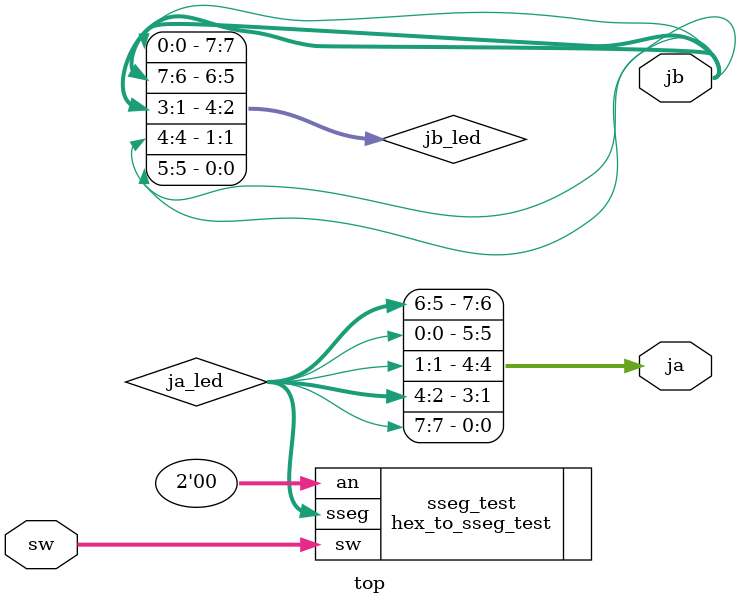
<source format=sv>
module top
    (
        input logic [7:0] sw,
        output logic [7:0] ja,
        output logic [7:0] jb
    );

    // LED TO JMOD A WIRING (SAME FOR JMOD B)
    // BLUE   JA[0] -> DP
    // PURPLE JA[1] -> C
    // GREY   JA[2] -> D
    // WHITE  JA[3] -> E
    // BROWN  JA[4] -> B
    // RED    JA[5] -> A
    // ORANGE JA[6] -> F
    // YELLOW JA[7] -> G

    logic [7:0] ja_led, jb_led;

    assign ja[0] = ja_led[7];
    assign ja[1] = ja_led[2];
    assign ja[2] = ja_led[3];
    assign ja[3] = ja_led[4];
    assign ja[4] = ja_led[1];
    assign ja[5] = ja_led[0];
    assign ja[6] = ja_led[5];
    assign ja[7] = ja_led[6];
    assign jb[0] = jb_led[7];
    assign jb[1] = jb_led[2];
    assign jb[2] = jb_led[3];
    assign jb[3] = jb_led[4];
    assign jb[4] = jb_led[1];
    assign jb[5] = jb_led[0];
    assign jb[6] = jb_led[5];
    assign jb[7] = jb_led[6];

    hex_to_sseg_test sseg_test
        (.sw(sw[7:0]), .an(2'b00), .sseg(ja_led)); 


endmodule

</source>
